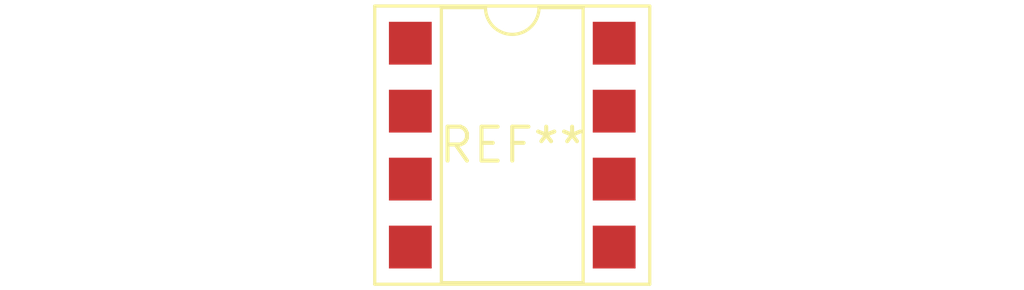
<source format=kicad_pcb>
(kicad_pcb (version 20240108) (generator pcbnew)
  (layers (0 "F.Cu" signal) (31 "B.Cu" signal) (34 "B.Paste" user) (35 "F.Paste" user) (36 "B.SilkS" user "B.Silkscreen") (37 "F.SilkS" user "F.Silkscreen") (38 "B.Mask" user) (39 "F.Mask" user) (44 "Edge.Cuts" user))
  (net 0 "")
  (footprint "DIP-8_W7.62mm_SMDSocket_SmallPads" (layer "F.Cu") (at 0 0)
    (property "Reference" "REF**")
    (property "Value" "DIP-8_W7.62mm_SMDSocket_SmallPads")
    (fp_line (start -5.14 -5.2) (end -5.14 5.2) (layer "F.SilkS") (stroke (width 0.12)))
    (fp_line (start -5.14 5.2) (end 5.14 5.2) (layer "F.SilkS") (stroke (width 0.12)))
    (fp_line (start -2.65 -5.14) (end -2.65 5.14) (layer "F.SilkS") (stroke (width 0.12)))
    (fp_line (start -2.65 5.14) (end 2.65 5.14) (layer "F.SilkS") (stroke (width 0.12)))
    (fp_line (start -1 -5.14) (end -2.65 -5.14) (layer "F.SilkS") (stroke (width 0.12)))
    (fp_line (start 2.65 -5.14) (end 1 -5.14) (layer "F.SilkS") (stroke (width 0.12)))
    (fp_line (start 2.65 5.14) (end 2.65 -5.14) (layer "F.SilkS") (stroke (width 0.12)))
    (fp_line (start 5.14 -5.2) (end -5.14 -5.2) (layer "F.SilkS") (stroke (width 0.12)))
    (fp_line (start 5.14 5.2) (end 5.14 -5.2) (layer "F.SilkS") (stroke (width 0.12)))
    (fp_arc (start 1 -5.14) (mid 0 -4.14) (end -1 -5.14) (layer "F.SilkS") (stroke (width 0.12)))
    (pad "1" smd rect (at -3.81 -3.81) (size 1.6 1.6) (layers "F.Cu" "F.Paste" "F.Mask"))
    (pad "2" smd rect (at -3.81 -1.27) (size 1.6 1.6) (layers "F.Cu" "F.Paste" "F.Mask"))
    (pad "3" smd rect (at -3.81 1.27) (size 1.6 1.6) (layers "F.Cu" "F.Paste" "F.Mask"))
    (pad "4" smd rect (at -3.81 3.81) (size 1.6 1.6) (layers "F.Cu" "F.Paste" "F.Mask"))
    (pad "5" smd rect (at 3.81 3.81) (size 1.6 1.6) (layers "F.Cu" "F.Paste" "F.Mask"))
    (pad "6" smd rect (at 3.81 1.27) (size 1.6 1.6) (layers "F.Cu" "F.Paste" "F.Mask"))
    (pad "7" smd rect (at 3.81 -1.27) (size 1.6 1.6) (layers "F.Cu" "F.Paste" "F.Mask"))
    (pad "8" smd rect (at 3.81 -3.81) (size 1.6 1.6) (layers "F.Cu" "F.Paste" "F.Mask"))
  )
)
</source>
